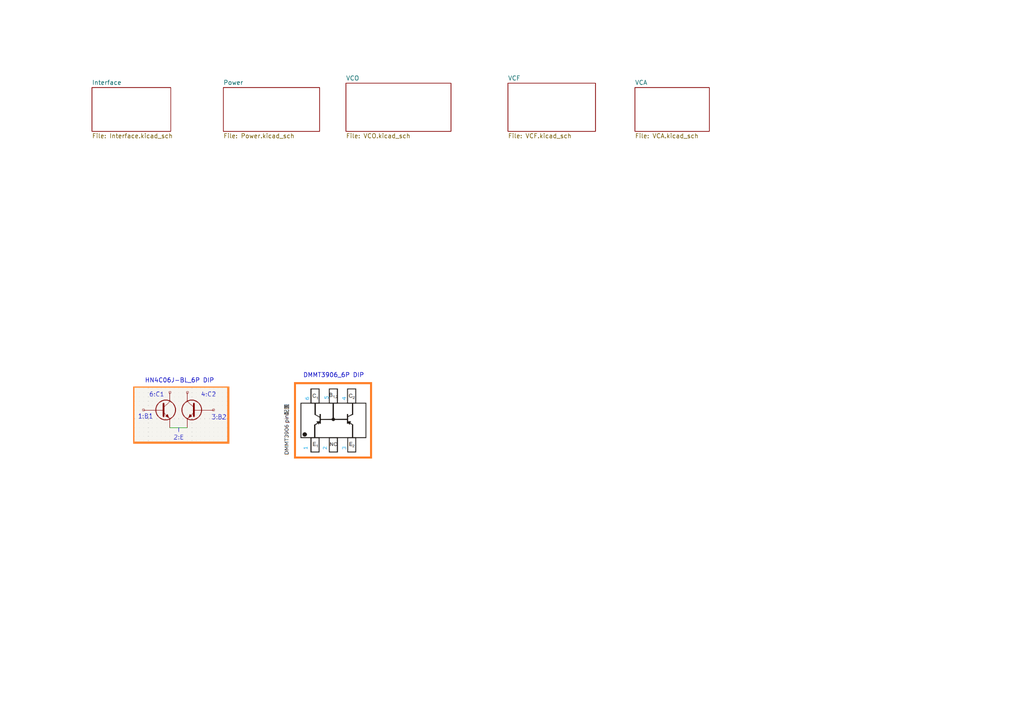
<source format=kicad_sch>
(kicad_sch
	(version 20231120)
	(generator "eeschema")
	(generator_version "8.0")
	(uuid "96522794-a695-4466-86ba-4264882708e5")
	(paper "A4")
	(lib_symbols)
	(image
		(at 95.25 121.92)
		(scale 0.451111)
		(uuid "ae4eb0bd-c0a0-4a13-99e1-c094d409e7bd")
		(data "iVBORw0KGgoAAAANSUhEUgAAAOAAAADACAIAAACS4/iAAAAAA3NCSVQICAjb4U/gAAAACXBIWXMA"
			"AA50AAAOdAFrJLPWAAAdQElEQVR4nO2dd1xTV//HvzcgQUFBiyAVENtcihQUK9pKHgc48MZqceGk"
			"1KqJojZpraNKHY9obXEkorXBVWvVqrWi1qSte4T2ca8fWpKKUhEQWQrISu7vj0AYZhCS3NzE837l"
			"FW7uOh9OPjn37IORJAkIBF1hWFsAAqEPZFAErUEGRdAaZFAErXG04L2XB1rw5gg7Y/k9rbtRCoqg"
			"NcigCFqDDIqgNcigCFpjyUJSE3TkghGvKM0rQ6MUFEFrkEERtAYZFEFrkEERtAYZFEFrkEERtAYZ"
			"FEFrkEERtAYZFEFrKGxJooRF8+dduXTJlDucPHfBRA1TJsTk5uS0+PI+7723+uskUwQkCzccOfyL"
			"KXfYtXdf584+ptzBXNibQR9nZysUcutqePDgwaN/s1p8ua+fn4kCnuQ/MTESaqprTNRgLuzNoBou"
			"/GVcOpqXmzs2eqQZBWzYuCmsTx+jLiEGR5aWlppLwMgPoud/sdjYq/q9Z5xmS2OfBnV1dfX1NS4d"
			"auXYyrwafHx9jdXg4+t77+5d8wnwM1YAADCZzMrKSnNpMB1USELQGmRQBK1BBkXQGmRQBK1BBkXQ"
			"GmRQBK2xz2omOnD18qWS4mLAMAbT3Sewe4Cns7UV2STIoJaABIC1a7f4v+XjDGRNef6jbEbvhTu/"
			"5fZobW1lNserYdAX2VdPn7mRWaB0Y707dEgPLycKwmR0GrT+1+TujgCgzD3EG5Gw/vjYXWM7UBCy"
			"dl5kXzl79lpmYY3bm32HDO7pSUUcmAG7z4Oqnl78ZtJ/BswU/Xr17v/9uS9hwsD3V/yRq6JUg0OH"
			"N7q6g0qpojZYDar8tLVjB0Z+nHz88t//l7Z/6ZjBIxNOUhwHLcXOU1BV7i8Jc3dUx/50UhDmxgCA"
			"Z1e+Hhe3aEXvsM2cDpb9cZLPMw5vFl1ggKryye3fTnvM3DjcwyrJgSrv8CL+zuopey7MrY2DS2vH"
			"T1y88t1eySPa0z6Bsm+DKh/88v1Zl3E/zFZ/MwDQLmxW4rK2972Ulg+8uiRLnlGEAVlZlFvy7NmN"
			"q4rS3qGulg+3CcrMwz+cdhm7b2Z9HPTh/jexbaY3XTos6cW+DVqZfivDqTs3mNlgX7veMfG9KQgb"
			"69CbL1TnQUFVKF0QNXvVj1EHZ3YFAFCVyG/lenZ/y02TgFXk3Lp0q7TMAr00qu7cznAKmR7SOA4m"
			"8qiIAzNA+yTeJFTlL6rauLZ1sLYOhltQgI/qae4TAABV8Y2t8XELD/+ryQS+uLQulrvjyr9VpXkA"
			"8MK8q1oo1XFgqymRfRu0VceO7qX5+RWNdpY9yc43MaUSldRvKwBEJSB9+SRVVWnh04KCpwVPHl47"
			"JPr59mu9+70NUPmncN6Pz719sPoTlfn5TiOWff3Z9A6eHgBQYt7SSyvPju7PnzaJg/In2U/VcVCR"
			"e/PciRMyeSFNH/j2bVBmT3ZYq2snzxXUf+eqnMMLB0cslJTVfiz5+2aG0ZYQHC1Ub0gB8GNl6UcL"
			"U3eXYBcamUD16MiknsG9ugeH9R44baMieNF3iyNcAZh9P9u+dmZYw9KJg9/wuR+GMaGqqqQQANzN"
			"+50w3+nby+n6qdMN4yD38KdE5GfSsvIrSZNnb7uSff+PlZN4+x9SkDE3Gls1qBSAlwW8LFDoPc19"
			"2MyJXqe+mvdtWnYFAFTlXNzy+dq/fCbFRroAgKr42vY5kxanZhmfZlWr/3B2l8j9K8WxbcSxTAlo"
			"PIoBwL7DRx5k5z7Izs18mHn94tH103vrc56q8PLmGY+ftwYAZ0z3adpg39af+LWP4k7xPL1ywXcX"
			"H1cAQFWuLHnh+j87T5wa4Zyf7zRy8dp5H/GWzO5z/+zVCr33sQ62lDVh366RhTgCgKgEBEdLhO4V"
			"AIDfdJWMcCF0XdM6TJCy4cW8ZVPD17dp71xRVNauV2xSyue9nAEqZcnzDyi9fY30QxMqWCFe6i2i"
			"nzPszoN+xjdpqrKlX8zc5Ty7s0/WP/eeGDy9YQYDANJuFIj8ajXw3bSc3zrs8y3ryhesmNJfHQfl"
			"7d6ZvGHLvDBnByD4cQBQ9c/POy+xhvLo2M5lSwZNu1EAIV4AIDhaSA5wAL/XAICfVYbtLiFjtX0z"
			"AADg5D9y2aHh83Lk9x+Xt/J8E/d1q/2fmWz+Vnbp/qlnH1IjXws16d/Gf+s2//1Lyw499uy5NSfr"
			"IQA8NZQbFBwt5Dbek16X5YBYrU1VTl1GJO7nLMpVKB6XO3V8I0ATBwCqokubF6y80nvVxtGd6fg4"
			"tSWDNqAa/Oq+CT83gDwAnQYFAAAHV+/A7t7mVNAkxwmgrZykC9cJYgkAAHTpHeL/yGOY6JICAGDY"
			"4Ih7d+96GPpO5KGAFzuQ/WorjlJ2l4hj2xgO1MG101uhnRrtUj2WLJy7w5m3ZftQH5o6gY4/Gl1w"
			"X3q6WQt5aCu5e7ncvVweWj/ULuNYicTfyBs5dp3I/aC9kRexQjrI3ZXYBQBwBlDnKJwbbDeb8hPr"
			"Ew7llKbv/HT8xHET1px4ZqQQKqDp70Yr4lg39u7C9AEduP7Ay4JoP8goAcGtCqNtYTKsEC1PUv4I"
			"F0MJ+UswPTyYhs/SKkB+uxC7AGQLsrwa2kStvXa/5ZdTgi0ZFMBZNlIpOp+XXux850HeHXAOBqXE"
			"v5ro59XiO7qO33nUbPIojUyNR+0b2zIogJsLfwQToAZKHAEA3JhGP9fsCLVH5f7W1mFJbM2gAACO"
			"AI7GPkvtFVZIB5a1NVgUWyokIV5BkEERtAYZFEFrkEERtAYZFEFrMJI0b//YBjRZjFHvWp2/SSWb"
			"RELTw3yQeV89xaZza+O6PtRUV9fU1ABAcEh3EzX8fe9udXV1CzRUvHgBAK5t2/r7dzVFwOPs7MLC"
			"ghYI0GjAA95iMlvUhNCYr9eufzs4WPux5tmDLtVMRYWFd27fMuMN1RHdAswoo2UaSp8/N5eGFkeC"
			"PONvswgoLy8z8Q50MagaHx/fnbt/NOUOebm5FRU6+zVOnxqn3ti2c5euc7r4+5siAAAePfpXWaO9"
			"829zBLRu3drTq+VtYwBQUFBQ+vy5/nP0K3m9c+dWrUya0XfKxPF5ubmm3EGNYYPypCAmDOwxF3hA"
			"AB7wlml3aNblg4dGmRKK6RosK8CYky2kBMcDLGhQtqi2o7qMz0rhYGKSFDXoua7eY3rYCIRBtBs0"
			"TYCTEi7GSQF+rREFOFvCBU4KSLhar0AgLILuaiZC3PhzGiGW1b0jEBSh06Bskf7haAgEFeg06C6I"
			"g7phDEYMZkAgzIpOg7L4MgDIYPM07wgE9Rh4xPNl8zXv6kc+evAjqMTAIx5A3R2WFQ4Qxxap36lR"
			"hkCAnop6Fl8Ggvo5DWRydUO5EAAwoyqCEQgT0GlQXuOSkQj4DT4JLCUHgWiMdoPKheGQwZ4vDNfs"
			"CUhia7ZRXT2CMrQbVF2EV0NKuACA6ucRVkG7QRsV1QmxZtygumgfM5zFt++hhAjaoN2gOFukeYyn"
			"AJCy2gyoLCBJkXEHx4FPogQVQQU6CklpAjGpnt4KUjAOaEpIhJhFQMPSPQJhUfT0B7VMl08Ewhia"
			"1aO+SceRcF3nIRDmRnc1U6PtuIZHWXIzjG5DIJqDjkJSegKpqasPeKk8JAcxKsUjKEFHW3wKRwGQ"
			"wsGiM9jRGewUDja/8Tu1IhGvLjo7iySxRQCQkR6TkR4jDK+tum/4jkBQgM5CUtCuAMAB5g8PYAEB"
			"w6nUhEBo0JmCDj+eCgDDjycBL4nNk6NuoAiroKdHvTgcIC49OhGi4U6iujMomydVv1MpkWL8O3dS"
			"v6wtpOXo/xceZGZ+Ej+TYkktRvsjXt1BRCYXAmQAAEAMAAAIATJgvnqnbVfjz42fuWhJQufOPtYW"
			"Qil5ubkbhet/2rtHqaTjqoda0ZEHVY85ZvEBQAEgb3LQwposR+ajnBN//J64YtmxI6l//Cblzoqf"
			"NXtOmzYu1tZlcUqKi7ds3rRzx7bKigoA8O/adc4ngg9GjTZxfhsKMNCSxJNCSqIoPC294QxlBCnW"
			"eQG9wTBsaNSwAQMjvt++baNwfbJww/59exctTogePYbBsM+ZKMvLy3Zu3yb+dvOzZ88AgIUHzBV8"
			"+v6IkQ4OVl+kvFkYMGgKByMlXMCDgBVAjSAKYDKZvPjZo8fFrPtmzU9793zGn7tr546lK1b2Cguz"
			"tjQz88P3O5OF6/Pz8wGgW1DQJ4LPogiObf0Um9EW33SKETuhY8eOa5LWxcZNXbl86V9/po354P0P"
			"okctXJxgbV3mZOmSLwCge4/QTwSfDhoyFMNsrxuagR8T195nbXg7OHjfwUPfbdvh6+d3JPVwRH+7"
			"aiTrFdZ71559R45LBw+NskV3gsEUNEgu4WA8obxRImpn3ekxDBtGcCIiB+3cvjVZuKHS2nrMyM+p"
			"R23UlxoMGDQdT+RCWjp+p9Fee+xOz2QyZ8bPGT02pk9PU6cAbw4Zf98LeCvQ8HmmYevuBIMGFZN2"
			"lScziKenp4XuXFRYuOSLhZqP7w8bmrxFHDXMdqvsKEK7QUWK2ue4SKElBu3sEU8BFRUVH8dNuX7t"
			"mmZPVVVVPHf6jz8d6BtuV7les6PdoAdwtnpYXDquLfrs8RH/MgqFnFSpVCqVUqlSqVSk+oNKpVKq"
			"VNq2SfWZpGZbqSJrL8rLy23oTjVKpXIe/5OPpk1XqZSqBiEoVUpV3W2UKqUmKPVdVdrQHFCfbJXo"
			"shDaDSqTq9s2X7lHfEMGD+hn6SAeP85evXKFpUOxaXTkQVmaiW4IKUBqXVXTfAJence7WRYKUqNS"
			"qdQrJzUBwzAnJydzhaKhstJ+qiIMFJJEChDgPGF4ivojniiUy16VLOjf9x+a61Y1NTXR73NeXv3o"
			"4OEjYb37mCsUDTbdFasJBgwqwNmkJBiI2u4iw0VxOLt+HgdEM3F0dFy7QTT1w8k5jx9rds6aPdcS"
			"7rQzDDZ1pgFRXySqm5MRGdRoArt1O3Hm/L49PyrkGZ07+/j4+o4aM9baomwAAwYNB1CAfeY7T586"
			"eemvv6qrq4qLi4uKioqLCouKijLv37dciK6urjN4lPYU5s+Z9aL8RZGawsLy8vJpM2Z8vvALKjWY"
			"iAGDxkiEOFsk3NUoydRM42DTudFu3YLiuTMqKlq4mqVNcOTw4YYfmUzncPZ/rCWmZRhq6uQc4EJa"
			"On5As4fbsHLUlitEvV9/fc3adYI58QAAGAYYA0gV2OUKehgDSBKA9PDweLevjc0L80o3dUaPGv2n"
			"7OL+fXuBJIGBgYpkMpn2VEdTCwbqH97Y8eNtpZ+yBoOFJLttLCZJ8jep5NzZM46tWtVUV4OyBgAm"
			"x364Y9tWa0szG23btn3+/DnUtS3t2f1DYGC3YZzhNtSJxJY6V5uRhw8eTI2dPGvGtNycnK5d32jj"
			"UjssiTsz3rrCzIswebNm29HR8Wl+/izu9Kmxk7Memq2K19K8cgatqKgQrls7JKL/2TOnMQybwxcc"
			"//3Exk3fAsDYmPGdvL0fZOeqX9ZW2nI0/8KgIUP5n80DAAzDNn0n/vCjjxkMxtkzp4dE9E8WCW0i"
			"M/NqGfTM6VNDIwcI16+tqqrq4u//c+qxzxcscnJyGjw0asy4mI8+nm5tgeaH/+m8ceMntHNzGzJ0"
			"2H9Xrf799NmIyEGVlZXrvllDDIlMk120tkADNGt+UE1zvE23xTdsAJwc++GSpcsaDjhekbjaxcUO"
			"xx8zGIw1SesGRkSqi0c4HrBz957z585+OGnC/X/+mRQz9vdTZ94K7GZtmToxvNqxSAEcjBeUiAUl"
			"YjhbZAdDlHbu3rNqzTdNhsO7urraUNHBKBwcHIaPGNlwT/8BAzXbdHYn6DFomqB2PTkBziYlwJfJ"
			"+TI5mZDOwWx+YdmIyEHWloBoLs15xDdojifEABiAfQ5ERtAQnSkot0GTJgJhLXQaVExKDuBsnhS4"
			"XOBJQQogUgDGk6J1EBFUom8ZGpk8QxSHpadx76Rgd4AbDHck3DRCbI+t1Qi6ojcPyuLzZcMB5KAI"
			"AgBgRdtxyyeCnhgoJEmBlaFgqX0ZgOyJoBydBlUA4DxpeEpqMNROK3IAgjncaLmYsN26eoTNodOg"
			"OFskCRYQciGwomt3KTKkSRycLURjkhCUofsRnyYgZI3LQyyCEPMBQ2OSENTxanUWQdgcOg0qDAe2"
			"SCEFUNS9pABskUJoY0MGELaNzkc8XyYP4OGpGPdOeFAaQDhAcFp6AjeFkMl1XYJAmB091UwsQkwS"
			"YikoMkCeDngQsKJRKzyCYgzWgxIZQAAOASzA7XSAPILO6DMoVlcPegcAIDgtPEi4i2/TY+ERNodO"
			"g2I8qQQ4tfWgigws7gCZAGycHUDKqGxPKikuPvHH7xfOn3377ZABERE0712LMDu6U9AUDqGZxYBF"
			"QJoACJlMLsIwHknJQl4VL15s35ayZfOm0ufPAeDI4cOrE/8bPXrMosUJnby9KRCAoAPNGpNUD4tP"
			"WYfl5UsTftq7p8nO1F8O3bh+7fjvJ+1y/BDiZfR1WOZJa2tAeVKguPbzzu3bL7tTzYPMTOG6JGrl"
			"IKyGzhRUTEp4GIaHCwEgPE0gkwvV++WU1NT/Jj2u5+iF8+co0ICgA3qaOgkxKSET0smEdJlcqJkU"
			"nMWnYsIw2cULeo4q5PLLl/5HgQyE1dGXB1UAAURt5zr1otyUVYVGRAy6fvWqrqOB3YJ693mXEiEI"
			"K6MzBZUC4GxRHFukHiCPs0WpGA9nUzSQbvDQKD1Hw/9jY5NcIlqMToNyMJ485oBsFySk4zwpSIIF"
			"YjJaHnMAZ4sokBX09tuTpsRqPfTGm28KPptHgQYEHdDziE9h8UkAIMR8DoaJSRIAWHyCsjnql65Y"
			"2aWL/+bkjc+elWh2jo0Zv2DR4iaTgiDsmGbVg1qli52zszMvfvaEyVPOnDp57uyZ4JDu/QcOxPEA"
			"K0hBWA99BpXWjZLj13Wxo34mBzc3t+jRY6JHj6E8ZAQt0GlQuTD8OJtHyNSNRrVl9yS2yKITN5w5"
			"fWrgf/qacoen+fkVFRX6z2F18dFz1MfX1xQBAJCbk1NTU9Piy52dnT06djRFAEmS2Y8eNfNkrbHR"
			"ydvb0dHIVsbGPMjMNOVyDboNypfx+U1TTLEsAMCyEzeY6x/Tg373UCBAP6WlpaWlpZQFpzU2Hv37"
			"L2UC9KPToBztnUIs1ZMpctDgfQcPmX6frxJX3rp5AwC+XG7cIq2FBYWbk0UAYLqMT2bPyn/yZNz4"
			"CYHdjOt7tXL5MgAI7fnOwsVLTBGgVCqnTIgB4yNBo0GYvNmrkxnWUzS995m+UjyV/ee9OnUyS4y4"
			"u7sDgKur67QZxk0TmZuTozao6Qu4M5nOABAzYaKxrQkH9/907+7d9u3bm6hBnSi6uLgYGwkA8M1X"
			"qysrK3u+06uLv78pGswFGtWJoDX6MsK6mo1emfWOEdZHn0F3QZyOIza8wBzCttBnUGo6LiEQekB5"
			"UASt0dejHoGwOvqmAKdSBwKhFT3DjgFA+6JIpNiGJrJV5t08eyevplHzl4Nn8MCenWxs2V8TUObe"
			"OnfrSeM4YHh2HxDqTf840GlQbgrnTnh4QkKwNjPakEEr/0yeMf9Sp4DXXetX6XJ679Pwnp1aWzhk"
			"VbEsZcU1n7h4jr/aBzXy1E2n2k3iRnoyAACUT2/8uuenUzeynjt26s75+OMPgi2lpCrtWy7/sneg"
			"t0vDOPi8b6i3pePAdPQNmlOIEpM4kCicn8Bn2ZAlXwJ7bdiqX76JYFIcLFl64+jW9Zn33IN+jPV3"
			"AADlv+cPpHpHTY/0ZEBN5r65E1dnhcVOHPmeS+H1n1ePPZ3xvdJyYhgeQ1f++tVAquPAdPQNmmPx"
			"ZWIyehfEpWI89VSMCOPAWvu0/3vj0r1ZTaynyv/1q1Xp/YR7Ny2YMip61LQVWzePrzrwfVnLu0DZ"
			"LQa7VBEsPhHNl6ZgeKKAS1Ayp4jZqc6/m3beoVXtJ8yhY+C73TpSUsHG7Dl7ufPGhBX7B6RM8qvf"
			"/SLtZFrbyG393Op2tOmzVHLJYXhUxGNLKal+evfiRUZ9HHgE9g2kJg5Mw+DsdpAoUoAgVcIFYn4Q"
			"NZrMDfns8verHrSuy39hrQckHFg+2JmSsLF2gxYsPRm9ZOkv/bdr1nNVFeXlV3bq6dsw8tWLEVsM"
			"VcnlXSsaxkH/JalfDqImDkxCp0HrrJmUwE0h5EJg2e76XdhrnK+Pa8+Dqkoybj7x6oG7WS4tcfCI"
			"+nKJlFi+/FCfCbW7GG1c2mDlZaUURinDg1hz4uU8aEXOjcu3njh2Desd0MGk/skWQ9+ozjQBHiwM"
			"So0meXI+Twqal72gKrmeIpi84EiWyrLhMDpGLfnyvZurV/1eUGvJdqEhXTOvXy2oD/iZ9Ithkwoq"
			"KE0FXlz+eurMrdey759aPmHOvocWLKKZgM6fjTA8BQDggABA0PQYYWOpKVlTVlzwtP5fxRxbt3N3"
			"uLRh4UFlJ18q1ohneI1YvOT4SP6vhYHBAACOgeOmhO3d9OXBnknjurVjVGb9sSbpuGpIe6cci0kg"
			"a8qKCgrq44Dh4FSczxz+5fopYcyqoEcjd1ypnNiljcWCbzH65qinUoclIfP2T393f4MdDL+4/RdW"
			"hM/7Lrz04LTTD6nQwPAauWKR5K8FtYE5+E7esDbnk4RRYRs8vZyKcso6j1y26dOt8X9YKnxV7kFu"
			"6MGGgvym7Tm7agoToOqfw9svvRE1i54ZUn1z1FOnwoK0id52P9rwaRbAwWf2sTv1Hxneo1Jujar/"
			"6DVwwf7zs/PuZ+ZWuXR+s6sHE2CrhZS0Hv2dYrTWI6rC/4nnrbjW56u1YzvTs0ivb4ZlXYdsqqnT"
			"zChe+uHyskDsp/1kgzBcvFjBXi2TAXVKWjxtlir7eEL8dud48ZYoX3qWkMB2mzqxCxVkP0ofSgoA"
			"/EIFFCvD/ZkJIY6aKEg5lyeObYnJWowUgHOsLBwA/JmyEEf8WBm3uCbF3VE+wsUYj5adWrv48GOv"
			"0G2C2G3QKpS3acnQdpaS3HLo3tSpc6qIByVgBoO6jtv+WzNPxY+VSdxLiR7O0oelnN3Oklg3a8UJ"
			"Z3eJPFTJ8mNKbxXwsrwk7qXECLf5t8vxY0COaP6kQC5DNty8a0GZ5kFP0k6w+ISYL1WI4pKwYGvZ"
			"FD9WRnmYOiguJUZ4AQDh50Z2KcF2l1jPoxWsEC8AIPq5cHbXpt+sEGe4kQdgb7NWGcwZEyy+LJqM"
			"ThPgiZjRY1hNh+xRA8WlZI+aJi/qlTTCz40cAJzdJYbPtDBCd2srsDAGDKpenzMRS5VwQSa3RlOn"
			"n1vte5OXNWhUbPRzk4cqsQsGptmxtBL+iNfUG9RPm0UN+iawZYsUiRgvIR2XyYMIMamZBZxiyAFa"
			"8ppad1oUeWirjGONkkxWSAcJlFA/NqaxktpMWtKxMok/5VIsj76pbwBSuEJhagCZKgdoUG1PdS2T"
			"1vSS8kSUFdKBH9I0a0H08yL6UZ2IalUiHuEAQGllAjW8Ek2d5kNrdFmlCeZlJfRsCTKVV6GpE2HD"
			"GGjqVAAcV0C6HIJwGM6yk9ZPhA2hrxQvUgDOFqXj7KBELB1n42wRRWt8IBB16ExBFQACnE1KgoFI"
			"AMAB5GJpKoaz+aQNzIdTWlpKDIk06pLcnFzzahg36oNuQcZVzN27a86WnbKyMmMjAQAqKyvNqMF0"
			"dBoUZ4sk3DQgNHZkAUHIhWyMJ7WJziJ309OtLcFqGsi6ZarpEAkmgmn+maYHMO2HdO3XwvLAxh/v"
			"Ga3OeG5cv1ZYWNjiyzEMi4gcZKKGNNlFg/Pk68HDw6N7j1BTBKhUqrNnTptyh77h4a1bN+q+/OzZ"
			"s3btzNqZpHn2oG03qxYS2vMda0uAcLaVF8JjMBiRgwab955mdmezoWcvVQSiFn0pqB2Nj0PYKnpa"
			"kgAStQwos8qqc4hXFtSShKA1dj9oDmHboEISgtYggyJoDTIogtZQWFHfpOUAgWgGKAVF0BpkUASt"
			"QQZF0BpkUAStaXbfOQTCGqAUFEFrkEERtAYZFEFrkEERtOb/AfjtlZOZGjYWAAAAAElFTkSuQmCC"
		)
	)
	(image
		(at 52.578 120.396)
		(scale 0.458902)
		(uuid "c7d160d5-47ea-4a3c-86b4-7a65de19187b")
		(data "iVBORw0KGgoAAAANSUhEUgAAAOEAAACGCAIAAACkIHrPAAAAAXNSR0IArs4c6QAAAARnQU1BAACx"
			"jwv8YQUAAAAJcEhZcwAADsMAAA7DAcdvqGQAABGfSURBVHhe7Z3djxbVHcdJKBvc4F4YvcF0bW/U"
			"y0LBpBXBNpE2sKmtoLZp2mL/hvaurb1oEV8SGpuorbULvkSpWqHlTShUltcGkJeuoJiCFF1kQRbQ"
			"Xrff7Vd/z8lvZs6ceX3OLr/NJ0/mOefMnDPn93nOmWdmn5kp/33wFsOIGXPUiB1z1IidjqPDw0f+"
			"88mYB38Bf+7Bg/v37Nm1e/dOlU4arbpKLuhW1f4eA81VDZrbeEjV4iTpOKqKGka3ECeJOWpEhzhJ"
			"zFEjOsRJYo4a0SFOEnPUiA5xkpijRnSIk8QcNaJDnCRXr6MX3nv3jV/+4u8//9mau+/e+tOf4K0q"
			"0BxdrHpCIE6Sbjp6/NjolClDN964d968gypLgZIDiw/f1L8P5adN24lXVQDkbkQBOV697753t2wC"
			"WMBbVaA52q86vHMYFHR1T89O1dVuFHp7d2GbSJHcGhEnSdccxe719e1es+b0pbGLKisJugOFn3zy"
			"5Pq/nnl98/sLFx5SBQA6VKX4wRgGRbiMBbyVrKZpv2oopVKyECnPj36kuhrLS5cekSggIkXHhUDE"
			"SdJxNOQilUpx8ecmr+xh986OXODyhg0bJD0JuyPrI4t0bAo9i8+9yiJZDcNUe3Jo+9OzZ2EZouCt"
			"mytU2esqVdd4LfTYW+dU52Sti66mo/6IDA8fxSsKp6pfrk8EFBAnSXfGUemLEFBSbE7CD/fOoZGp"
			"U4uNozgifGlg4FdTppzavQMTLt6qAs3RctXoPelt/8jn72oFRtPwIBZCnCTdcZQjH0ke2TBd3oZM"
			"4piY3FVCwDeVdcuWwRXQ8heXlqtGz4h5auQr0dUCJv2ifR6IOEm64yh6qr9/b9aRjeq4rEncZezi"
			"xRL99c7m9RjMVGI7tFY1Pr0wTw76VS+V6GrCrxMl+jwEcZJ0x1H0BdSUt1lHNgQdgSMqlZikRH9d"
			"Hh2BKB+PNfLl1E9rVeNbqdsz/l4K7OqtW8aHFTeC9SJOkq6No/h8y1ssez7BN/XvQ0erxCQlHL1y"
			"8RxEwatKb4HWql4w/02eLXLJOioN6WoIOmfOgayvsLUgTpLuODqw+LA6NkfvuG9dUNh/pE/Q9Sol"
			"l08uX4AoeFXp7dBm1TgW4nTv76Xcroaac+ceWLf2jEqvF3GSdMdRHoPiIyszi9t36Aj3tBwPfeRt"
			"Erf3Q862ukAUldIa7VeNznGPTUGhrkbukiVH8KrSa0ecJN1xFEApgCkevYYFd8/Ra66yALlSnucB"
			"JAsf/Zkz9zIXTJ++M2TQFa4qRwG6y31bqKvdw4Zkbo2Ik6RrjkbC1ebohECcJB1HQy4AqBQXf260"
			"v7nLFaVbVdtv7gQbR20cjQ5xkpij5mh0iJPEHDVHo0OcJOaoORod4iQxR83R6BAniTlqjkaHOEkm"
			"m6OXR0fe2bz+xcWLHu/vhwQuD/X0rOi9ZtW824+ueQHFUJj/fIRXdwutgapluVCzJz3iJJkkjkqM"
			"l0+bpmKcCooh6oeeG8Tyvt/+Rm2tBfjxwMKbq54p2uxJL6s4SSa8o2ePHXVjLFE8+5Y+V3zl4rlU"
			"lR/v/zw2ogo3DT4Y0gDgb/bHY6Oq2SzffrPbQZwkHUdDLgCoFBd/bkPXmRA5GMawZQ0wqetSVlkX"
			"C3irypAqex3SbCykNju1x9hs7GmjzQZN7DUJqVqcJBN1HMUQIqHCQlao/KgxuIWRyW026n20r69c"
			"ja6pLTS7ZcRJMiEdRUg4DnkGklywEShyceS0O6bi9fypE6pkXbjN5tiJ2ktrCtppdvuIk2TiOXpi"
			"y0YMfhXHD2zkkWuvdVfHMkemZ+9c8PaGdZJeF1nNxvJj111Xusamm90VxEkywRxFpFfPvwNjT9bw"
			"iZi9vPQe4HqgwEYQV4xkKh1gs9j44Fe/Um+8/c0+vn7tqjtu99SYu1MNNbtbiJNkIjmKCDHSHv84"
			"qHC4UlmEgr698S8qXcDGGe+xD+v5RURIs8dbla1p7k6B2pvdRcRJMmEcRQz+tOQ7iFPWCEpW9F7D"
			"cGJBZYHDz6/2C0pQBbbwyv33eqwKJLDZgJru/90TKh34d0qosdndRZwkE8ZRjiWegYQ81NPDcGJB"
			"ZSGEOCLMFZQEVpdLoe1A01e/e1/SZs9OKepqdncRJ8nEcJQjBL695o4Qv546leHEgiRiLSaGDzAo"
			"ya/MueOfh/BmC6lNTd2pVGppdtcRJ8kEcLRQvzOWhClYHQdqJWJWwjCXKrpglYdnzJDTSbJHQMpk"
			"UbHZMSBOko6jIRcAVIqLP7fKdabc+ctdXWIJ8Baz53Nf/5onWjVWraiyLnhtcPCZuXNeWr4cy7JH"
			"QAo0VzXwF2guF6CAOEliH0cvj47wOlDgaCSxBBdHTv9hzpdTzzEFwjEJDUheq/RTtNmpHF+/duXN"
			"N+MDJnsEVJlUSjc7EsRJErujMAzd7RkSFBJLgPnu0Oo/qgJF4ZhUVPSizc7i4DO/5wGDoApkUa7Z"
			"kSBOktgdZV+Hj0YSy0JreeCYVNS2os32wAYIKjeLcs2OBHGSRO0oZ8xCc5YbzlpmuhJtKLGKB2zE"
			"3SmVm0W9bWgZcZJE7ShnzBcXL1LpHtxw1nVXOl5nD583SzTbA++wJ6hcD0WbHQ/iJIna0RIzpsQS"
			"1HVXuqLzZo0TPeDN/QSV62HiTvfiJInaUV4DLDRbSSyByioNZ1v/dUiXEs32I3sEVJaHos2OB3GS"
			"VHX0QpOPw+I1wEJTtsQSqKzScLbNvQ4plGi2H9kjoLI8FG12Lo3G2kWcJFUdRVubexwWrwGqRD8S"
			"y6Ir+sHWcq9DCmx2jfe/lT0CKssPyoc3O5dGY+0iTpKqjrqPwzq1e8dLAwOSVRoMALxRfHhU1Crh"
			"KwZSaIMN1R6+2RId6EG2huDiGJfLCHpzjz4TJ0nH0ZCLVCoFYOSno0/PnoXuwG6wX2KALax8aW78"
			"Oqq7QZfU1aVw3pO4fFX/Y9/eTZs2cQvcYNdhcJd/9pPU1EefgcodXve10H2Pr+T4f3JoO/Zh3bJl"
			"R9N+gFsIG0cV3GD4ZmsfR/H1CyMonyl14vWNSETQEXq3WI2IkyTe70zoZXYxuzsEWYWo3CoU2mBD"
			"tZMSvRG+ip+J+p2pOfDx5Y1lhl9do7KywCqMClG5penu+VEgewSwjyo3C/QbyqMPw1eJBHGSxOso"
			"eOX+e9HLe1Y+ptKzKH262w/vKbLugR+p9CxQEuVrvEWP7BEIP12AfkN59KFKjx9xkkTtaIkrJRJL"
			"oLJKU3RcLNFsP7JHQGV5qH04bw1xkkTtKA7Vi/5jhBvOWsJTog0lVvFA4wWVm0W9bWgZcZJE7Sgo"
			"+o8RbjhrmW3L/YNIjf/Poe5epnKzKNfsSBAnSTFHjx8bnT17v0pMwsdM9fbuwmvWk09ZRiUmKTpv"
			"SixBLb/pKTdjFm12Fmh/lf9xrmUmaR9xkhRwFIL29+8NecQ5y1wau3h25ELqE6QhbqCjnLPCu1ti"
			"CRDgR/v6qty6g6qVmDGLNjuVE1s2Pjxjhv1WpOOo/wIABF2y5AisynpAsrs6yshDKaHj5z43tOH/"
			"fyyDTVFc2ZS/as6bnjHJXV1iCT4eG0WA5f4fWH556T1Il8LAXzVHI8+M6Vm9ULMJyssNc9Y88gjW"
			"fW1wMOukr6fqKs0myQIDiw+7z2/msxhTJ1VemWOx5FzKLcMBbPCb3ziE4WzevIN46xYQJ0noOLpw"
			"4aGlS4/sHBqZOjV/HEWzZBmyoqHyFhTaFEDMON+FjEkSS8DzghiNnp71pbEPz8ikGTi2cTQqfcBQ"
			"qNmA1bHG86dOrLz1Vt6uouhJ34rNzoWPcOak6rql8M+ldGD1qvcAcoG7KXGSFDsePT/6kaoMYOuo"
			"0k1RZdRzVEnqprII73eJJZBTiViLoxrxjG1CUcNSKaQLBz/y7J0Lxs7+m+mFTvrW0uwQEDv1dHeF"
			"mks9h4jw54Yb9kBZSREnSTFH8RlKipV8di/eurhZQuqmPDCEuXpJLAFTEDbecUlY0XtN7oFaYHW5"
			"BG4H7eF/RgvubZvcdFkllbqanUtu7NwCw8Pn/OW3b/sAo7K8FSdJMUevXA4Syy3DoT45KQRuSggc"
			"IRgkN078hyyF/6xQofHPT2CzeapIgZYzN7lTqdTYbA933TV+EInYqXEUQ5UbZQkuR1N/rJHrHrOK"
			"k6SYoyBELJSRcR5gZ1IfdB6yKRd0/eoF8/03SeR1SOBeukTwJMzEE2xsnDdJrCvSIc1ONs91OnWn"
			"FLU32wOO05JDD6LpHvLhrcK10AXpyHVTxEnSlKOYyuUtGvHFL+yTt0LIphT4AsR4Zw1LiFDW7WSV"
			"qalbQCIjHXh7vUD8zUaitErZSTw7RRpqth9o6omgZEFoCACh1bhLYHlymhUnSVOOyjIb8cMf/FNS"
			"hBKOAsab4SwxZiCcNBVBdVfHMtMbinRWs7GMlmTZmUvTzfbj+SaE4Kq5NBnurVvenz1rvxIUiJOk"
			"gKPugYVbfep3JrziSJkfoOQHJeQYxQPi/efvfw+BwbFXibgCmgo51DMb1nz7W81F2m02DkBRL5/Z"
			"UM5O0E6zPXgiiCx3LmWK+/aF59/DEeCmjSkHAOIk6TiadVM7MrD48PXX70A1ZPr08VOvzIJ/t932"
			"xgbndxFSrLd3F8/Q8hw+/pCLTc2cuVfKgMHBT38RlUWybTJ+AH+MPeer/7Vj24t5z77xd0vRXLfZ"
			"qBeCog2qDPHfaZCfsYaaDfwFGEeA2EmisG3b3/CazGIK18XgNWPGrlRBUbU4STqOokdUaYW0LMkH"
			"75/25ALk8k+lk6x0IattMpAwVBycVJnUjbtjJ8BCluX+bimXq6rOajb/3EQ2W+xsqNkgWWDRosOQ"
			"DFM2ji9XrNiMoUdNj8jldya2mUZyLnULIxdZyalVQNXiJOk4ig+uKq3gNa4scj95/FPpJPdj7Wkb"
			"hhB3LMQCZZXfVEmlV0o9i9HfLaVz0QxpAEhtNv9Sm83yDTUbpBaAbZgDMTfK9OjmyrknGUeJKow9"
			"kizCy6oowwKoWpwkhb8zxUmqfB4Y45ND27GcNRQ1ChqMqrFgz7RNIk6SSeKoILKGPGSbonQl3rwK"
			"L7+GK9TsSY84SSabo4WgKHhV6S3Aq/BdqTp+xElyVTtKUcJ/xVYvXaw6csRJclU7CiCKSmmNLlYd"
			"OeIkMUfN0egQJ4k5ao5GhzhJzFFzNDrESdJxtMRvXFz8uQcrPEMMVKnan5srSreq9vcYaK5hoLmN"
			"h1QtThIbR20cjQ5xkpij5mh0iJPEHDVHo0OcJOaoORod4iQxR83R6BAniTlqjkaHOEnMUXM0OsRJ"
			"Yo6ao9EhThJz1ByNDnGSmKPmaHSIk6TjaMhFKpXi4s+N9lrolCemlKPnqZ5pT00b/0VOIiuXT9d9"
			"wueoXQsVrvZxtBxjV85dujL+Mw846qYbtSBOEnO0PJfGxm+r5t4Ow6gFcZKYo+Xh7SnV3TiM6oiT"
			"xBwtD29PiVeVblREnCTmaCXseLQJxElijlbCHG0CcZKYo5UwR5tAnCTmaCXM0SYQJ4k5Wgm5k5ZR"
			"I+Ik6TgacgFApbj4c6O9zlSx6h8/MKxSXKpUbdeZBBtHjegQJ4k5akSHOEnMUSM6xElijhrRIU4S"
			"c9SIDnGSmKNGdIiTxBzNYeCz57b39OzkczKzHogBkEvUcwiMQoiTxBwtDBRUKYLnuW9GOOIkMUcL"
			"43HUk2WEI06SjqMhFwBUios/d9JcZ1LPvcx6IDa4fOnC0NAOeZvEX7VdZxJsHC0AdOzr2/2684xr"
			"SJn6QGweuX504UPJMsIRJ4k5GsrWLePP54V5Kt3Fn2sEIk4SczQICDp37gF3BE0FjtpP8KojThJz"
			"NB8IOmfOAc8pJwGO2k/wqiNOEnM0B6iJEXTd2jMqPRWb62tBnCTmqA8IumTJEc8ICinVdyZZNkoj"
			"ThJz1MeC+W/yIhNJXj1KnnvKKmmEI04Sc9SIDnGSmKNGdIiTpONoyAUAleLiz52sv2dqLteuMwk2"
			"jhrRIU4Sc9SIDnGSdBw1jDgxR43YMUeN2DFHjdgxR424efCW/wFY3UDLTyu3CwAAAABJRU5ErkJg"
			"gg=="
		)
	)
	(text "HN4C06J-BL_6P DIP"
		(exclude_from_sim no)
		(at 52.07 110.49 0)
		(effects
			(font
				(size 1.27 1.27)
			)
		)
		(uuid "9fd033fc-e93c-4ef3-8deb-3f40576b1640")
	)
	(text "DMMT3906_6P DIP"
		(exclude_from_sim no)
		(at 96.774 108.966 0)
		(effects
			(font
				(size 1.27 1.27)
			)
		)
		(uuid "fd381030-0cf6-4490-9fe6-b064d4318658")
	)
	(sheet
		(at 64.77 25.4)
		(size 27.94 12.7)
		(fields_autoplaced yes)
		(stroke
			(width 0.1524)
			(type solid)
		)
		(fill
			(color 0 0 0 0.0000)
		)
		(uuid "302316ac-b50e-4bc3-a11c-44af1a109b57")
		(property "Sheetname" "Power"
			(at 64.77 24.6884 0)
			(effects
				(font
					(size 1.27 1.27)
				)
				(justify left bottom)
			)
		)
		(property "Sheetfile" "Power.kicad_sch"
			(at 64.77 38.6846 0)
			(effects
				(font
					(size 1.27 1.27)
				)
				(justify left top)
			)
		)
		(instances
			(project "analog_separate"
				(path "/96522794-a695-4466-86ba-4264882708e5"
					(page "3")
				)
			)
		)
	)
	(sheet
		(at 147.32 24.13)
		(size 25.4 13.97)
		(fields_autoplaced yes)
		(stroke
			(width 0.1524)
			(type solid)
		)
		(fill
			(color 0 0 0 0.0000)
		)
		(uuid "61691b76-98cc-44c7-bbd3-46b1e9e84197")
		(property "Sheetname" "VCF"
			(at 147.32 23.4184 0)
			(effects
				(font
					(size 1.27 1.27)
				)
				(justify left bottom)
			)
		)
		(property "Sheetfile" "VCF.kicad_sch"
			(at 147.32 38.6846 0)
			(effects
				(font
					(size 1.27 1.27)
				)
				(justify left top)
			)
		)
		(instances
			(project "analog_separate"
				(path "/96522794-a695-4466-86ba-4264882708e5"
					(page "5")
				)
			)
		)
	)
	(sheet
		(at 100.33 24.13)
		(size 30.48 13.97)
		(fields_autoplaced yes)
		(stroke
			(width 0.1524)
			(type solid)
		)
		(fill
			(color 0 0 0 0.0000)
		)
		(uuid "65c6b63b-a0dd-40dd-9a1f-3f4f1eb1d9b8")
		(property "Sheetname" "VCO"
			(at 100.33 23.4184 0)
			(effects
				(font
					(size 1.27 1.27)
				)
				(justify left bottom)
			)
		)
		(property "Sheetfile" "VCO.kicad_sch"
			(at 100.33 38.6846 0)
			(effects
				(font
					(size 1.27 1.27)
				)
				(justify left top)
			)
		)
		(instances
			(project "analog_separate"
				(path "/96522794-a695-4466-86ba-4264882708e5"
					(page "4")
				)
			)
		)
	)
	(sheet
		(at 184.15 25.4)
		(size 21.59 12.7)
		(fields_autoplaced yes)
		(stroke
			(width 0.1524)
			(type solid)
		)
		(fill
			(color 0 0 0 0.0000)
		)
		(uuid "e9af7e1c-7567-445c-a0fa-39326ce81f62")
		(property "Sheetname" "VCA"
			(at 184.15 24.6884 0)
			(effects
				(font
					(size 1.27 1.27)
				)
				(justify left bottom)
			)
		)
		(property "Sheetfile" "VCA.kicad_sch"
			(at 184.15 38.6846 0)
			(effects
				(font
					(size 1.27 1.27)
				)
				(justify left top)
			)
		)
		(instances
			(project "analog_separate"
				(path "/96522794-a695-4466-86ba-4264882708e5"
					(page "6")
				)
			)
		)
	)
	(sheet
		(at 26.67 25.4)
		(size 22.86 12.7)
		(fields_autoplaced yes)
		(stroke
			(width 0.1524)
			(type solid)
		)
		(fill
			(color 0 0 0 0.0000)
		)
		(uuid "f3375c55-8148-47b4-9d07-6863d0fa6703")
		(property "Sheetname" "Interface"
			(at 26.67 24.6884 0)
			(effects
				(font
					(size 1.27 1.27)
				)
				(justify left bottom)
			)
		)
		(property "Sheetfile" "Interface.kicad_sch"
			(at 26.67 38.6846 0)
			(effects
				(font
					(size 1.27 1.27)
				)
				(justify left top)
			)
		)
		(instances
			(project "analog_separate"
				(path "/96522794-a695-4466-86ba-4264882708e5"
					(page "2")
				)
			)
		)
	)
	(sheet_instances
		(path "/"
			(page "1")
		)
	)
)

</source>
